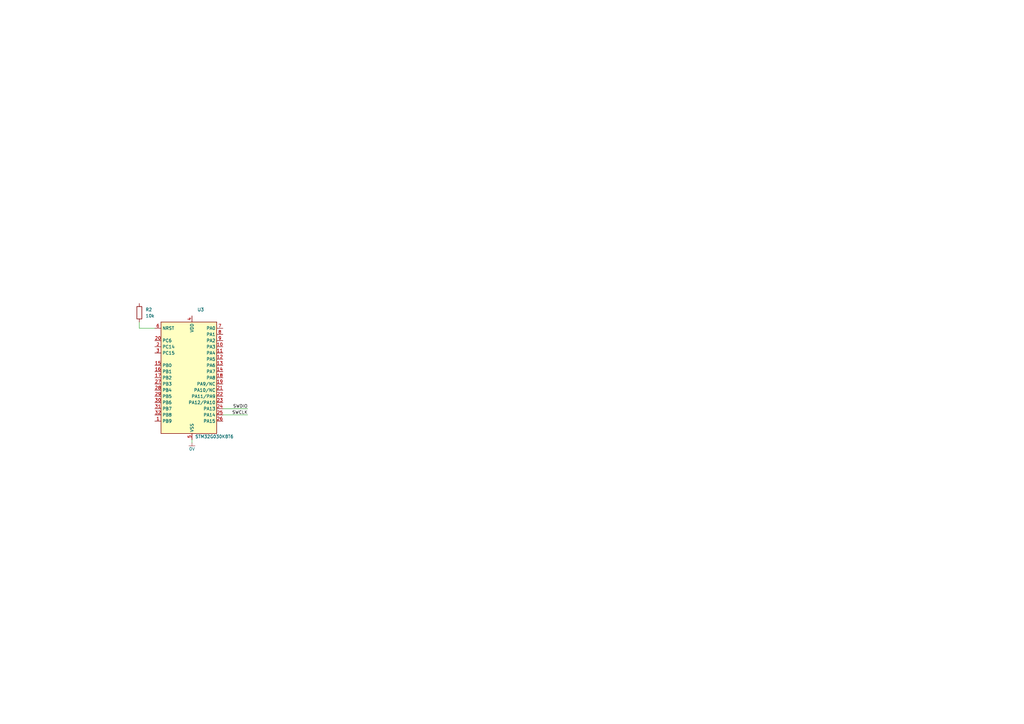
<source format=kicad_sch>
(kicad_sch (version 20230121) (generator eeschema)
  (paper "A3")
  (lib_symbols
    (symbol "Auto_Library_WUT:KOA Speer RK73H1ETTP1002F" (pin_numbers hide) (pin_names (offset 0))
      (property "Reference" "R" (at 2.032 0 90))
      (property "Value" "10k" (at 0 0 90))
      (symbol "KOA Speer RK73H1ETTP1002F_0_1"
        (rectangle (start -1.016 -2.54) (end 1.016 2.54) (stroke (width 0.254)))
      )
      (symbol "KOA Speer RK73H1ETTP1002F_1_1"
        (pin passive line (at 0 3.81 270) (length 1.27) (name "~") (number "1"))
        (pin passive line (at 0 -3.81 90) (length 1.27) (name "~") (number "2"))
      )
    )
    (symbol "IC_WUT:STM32G030K8T6"
      (property "Reference" "U" (at -11.43 21.59 0))
      (property "Value" "STM32G030K8T6" (at 1.27 -26.67 0))
      (symbol "STM32G030K8T6_0_1"
        (rectangle (start -12.7 20.32) (end 10.16 -25.4) (stroke (width 0.254)) (fill (type background)))
      )
      (symbol "STM32G030K8T6_1_1"
        (pin bidirectional line (at -15.24 -20.32 0) (length 2.54) (name "PB9") (number "1"))
        (pin bidirectional line (at 12.7 10.16 180) (length 2.54) (name "PA3") (number "10"))
        (pin bidirectional line (at 12.7 7.62 180) (length 2.54) (name "PA4") (number "11"))
        (pin bidirectional line (at 12.7 5.08 180) (length 2.54) (name "PA5") (number "12"))
        (pin bidirectional line (at 12.7 2.54 180) (length 2.54) (name "PA6") (number "13"))
        (pin bidirectional line (at 12.7 0 180) (length 2.54) (name "PA7") (number "14"))
        (pin bidirectional line (at -15.24 2.54 0) (length 2.54) (name "PB0") (number "15"))
        (pin bidirectional line (at -15.24 0 0) (length 2.54) (name "PB1") (number "16"))
        (pin bidirectional line (at -15.24 -2.54 0) (length 2.54) (name "PB2") (number "17"))
        (pin bidirectional line (at 12.7 -2.54 180) (length 2.54) (name "PA8") (number "18"))
        (pin bidirectional line (at 12.7 -5.08 180) (length 2.54) (name "PA9/NC") (number "19"))
        (pin bidirectional line (at -15.24 10.16 0) (length 2.54) (name "PC14") (number "2"))
        (pin bidirectional line (at -15.24 12.7 0) (length 2.54) (name "PC6") (number "20"))
        (pin bidirectional line (at 12.7 -7.62 180) (length 2.54) (name "PA10/NC") (number "21"))
        (pin bidirectional line (at 12.7 -10.16 180) (length 2.54) (name "PA11/PA9") (number "22"))
        (pin bidirectional line (at 12.7 -12.7 180) (length 2.54) (name "PA12/PA10") (number "23"))
        (pin bidirectional line (at 12.7 -15.24 180) (length 2.54) (name "PA13") (number "24"))
        (pin bidirectional line (at 12.7 -17.78 180) (length 2.54) (name "PA14") (number "25"))
        (pin bidirectional line (at 12.7 -20.32 180) (length 2.54) (name "PA15") (number "26"))
        (pin bidirectional line (at -15.24 -5.08 0) (length 2.54) (name "PB3") (number "27"))
        (pin bidirectional line (at -15.24 -7.62 0) (length 2.54) (name "PB4") (number "28"))
        (pin bidirectional line (at -15.24 -10.16 0) (length 2.54) (name "PB5") (number "29"))
        (pin bidirectional line (at -15.24 7.62 0) (length 2.54) (name "PC15") (number "3"))
        (pin bidirectional line (at -15.24 -12.7 0) (length 2.54) (name "PB6") (number "30"))
        (pin bidirectional line (at -15.24 -15.24 0) (length 2.54) (name "PB7") (number "31"))
        (pin bidirectional line (at -15.24 -17.78 0) (length 2.54) (name "PB8") (number "32"))
        (pin power_in line (at 0 22.86 270) (length 2.54) (name "VDD") (number "4"))
        (pin power_in line (at 0 -27.94 90) (length 2.54) (name "VSS") (number "5"))
        (pin input line (at -15.24 17.78 0) (length 2.54) (name "NRST") (number "6"))
        (pin bidirectional line (at 12.7 17.78 180) (length 2.54) (name "PA0") (number "7"))
        (pin bidirectional line (at 12.7 15.24 180) (length 2.54) (name "PA1") (number "8"))
        (pin bidirectional line (at 12.7 12.7 180) (length 2.54) (name "PA2") (number "9"))
      )
    )
    (symbol "Power_WUT:0V" (power) (pin_numbers hide) (pin_names hide) (in_bom no) (on_board no)
      (property "Value" "0V" (at 0 -2.54 0))
      (symbol "0V_0_1"
        (polyline (pts (xy 0 0) (xy 0 -1.27)) (stroke (width 0.1524)))
        (polyline (pts (xy 1.27 -1.27) (xy -1.27 -1.27)) (stroke (width 0.1524)))
      )
      (symbol "0V_1_1"
        (pin power_in line (at 0 0 270) (length 0) hide (name "0V") (number "1"))
      )
    )
  )
  (wire (pts (xy 91.44 167.64) (xy 101.6 167.64)))
  (wire (pts (xy 57.15 134.62) (xy 57.15 132.08)))
  (wire (pts (xy 91.44 170.18) (xy 101.6 170.18)))
  (wire (pts (xy 63.5 134.62) (xy 57.15 134.62)))
  (wire (pts (xy 78.74 180.34) (xy 78.74 181.61)))
  (label "SWCLK" (at 101.6 170.18 180))
  (label "SWDIO" (at 101.6 167.64 180))
  (symbol (lib_id "Auto_Library_WUT:KOA Speer RK73H1ETTP1002F") (at 57.15 128.27 180) (unit 1)
    (property "Reference" "R2" (at 59.69 127 0) (effects (justify right)))
    (property "Value" "10k" (at 59.69 129.54 0) (effects (justify right)))
    (property "Footprint" "Resistor_SMD:R_0402_1005Metric" (effects hide))
    (property "Datasheet" "https://www.koaspeer.com/pdfs/RK73H.pdf" (effects hide))
    (property "MPN" "RK73H1ETTP1002F" (effects hide))
    (property "Manufacturer" "KOA Speer" (effects hide))
    (property "Tolerance" "1%" (effects hide))
    (property "Height" "0.4mm" (effects hide))
  )
  (symbol (lib_id "IC_WUT:STM32G030K8T6") (at 78.74 152.4 0) (unit 1)
    (property "Reference" "U3" (at 80.9341 127 0) (effects (justify left)))
    (property "Value" "STM32G030K8T6" (at 80.01 179.07 0) (effects (justify left)))
    (property "Footprint" "Package_QFP:LQFP-32_7x7mm_P0.8mm" (effects hide))
    (property "Datasheet" "https://www.mouser.co.uk/datasheet/2/389/stm32g030c6-1826662.pdf" (effects hide))
    (property "Manufacturer" "ST" (effects hide))
    (property "MPN" "STM32G030K8T6" (effects hide))
  )
  (symbol (lib_id "Power_WUT:0V") (at 78.74 181.61 0) (unit 1) (in_bom no) (on_board no)
    (property "Reference" "#PWR022" (effects hide))
    (property "Value" "0V" (at 78.74 184.15 0))
  )
)
</source>
